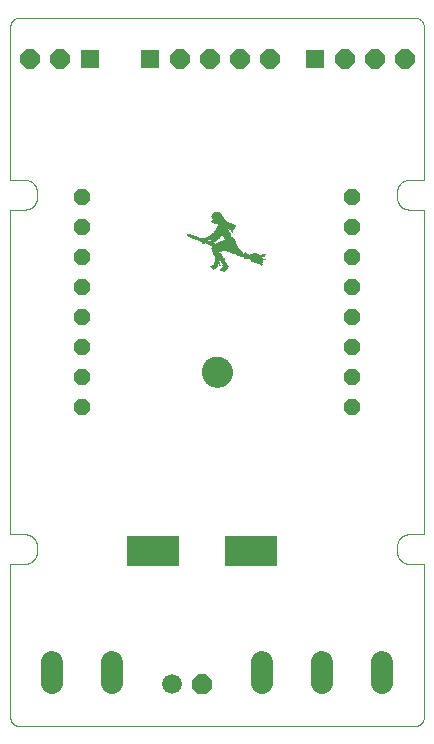
<source format=gbs>
G75*
%MOIN*%
%OFA0B0*%
%FSLAX25Y25*%
%IPPOS*%
%LPD*%
%AMOC8*
5,1,8,0,0,1.08239X$1,22.5*
%
%ADD10C,0.00000*%
%ADD11C,0.10243*%
%ADD12R,0.00100X0.00100*%
%ADD13R,0.00700X0.00100*%
%ADD14R,0.01500X0.00100*%
%ADD15R,0.01700X0.00100*%
%ADD16R,0.01800X0.00100*%
%ADD17R,0.02000X0.00100*%
%ADD18R,0.01900X0.00100*%
%ADD19R,0.00300X0.00100*%
%ADD20R,0.00600X0.00100*%
%ADD21R,0.01600X0.00100*%
%ADD22R,0.00900X0.00100*%
%ADD23R,0.01200X0.00100*%
%ADD24R,0.00200X0.00100*%
%ADD25R,0.01400X0.00100*%
%ADD26R,0.01100X0.00100*%
%ADD27R,0.02100X0.00100*%
%ADD28R,0.02300X0.00100*%
%ADD29R,0.02400X0.00100*%
%ADD30R,0.00400X0.00100*%
%ADD31R,0.02200X0.00100*%
%ADD32R,0.00500X0.00100*%
%ADD33R,0.01300X0.00100*%
%ADD34R,0.00800X0.00100*%
%ADD35R,0.02500X0.00100*%
%ADD36R,0.02700X0.00100*%
%ADD37R,0.02900X0.00100*%
%ADD38R,0.03100X0.00100*%
%ADD39R,0.03700X0.00100*%
%ADD40R,0.03800X0.00100*%
%ADD41R,0.03900X0.00100*%
%ADD42R,0.04000X0.00100*%
%ADD43R,0.05100X0.00100*%
%ADD44R,0.04800X0.00100*%
%ADD45R,0.04700X0.00100*%
%ADD46R,0.03000X0.00100*%
%ADD47R,0.06200X0.00100*%
%ADD48R,0.06000X0.00100*%
%ADD49R,0.07400X0.00100*%
%ADD50R,0.02800X0.00100*%
%ADD51R,0.07600X0.00100*%
%ADD52R,0.07700X0.00100*%
%ADD53R,0.08200X0.00100*%
%ADD54R,0.08600X0.00100*%
%ADD55R,0.05200X0.00100*%
%ADD56R,0.02600X0.00100*%
%ADD57R,0.01000X0.00100*%
%ADD58R,0.04100X0.00100*%
%ADD59R,0.03300X0.00100*%
%ADD60R,0.03600X0.00100*%
%ADD61R,0.04200X0.00100*%
%ADD62R,0.04400X0.00100*%
%ADD63R,0.04600X0.00100*%
%ADD64R,0.03200X0.00100*%
%ADD65R,0.05000X0.00100*%
%ADD66R,0.03500X0.00100*%
%ADD67R,0.09400X0.00100*%
%ADD68R,0.09300X0.00100*%
%ADD69R,0.09200X0.00100*%
%ADD70R,0.09100X0.00100*%
%ADD71R,0.09000X0.00100*%
%ADD72R,0.08900X0.00100*%
%ADD73R,0.08800X0.00100*%
%ADD74R,0.08700X0.00100*%
%ADD75R,0.08500X0.00100*%
%ADD76R,0.08400X0.00100*%
%ADD77R,0.08300X0.00100*%
%ADD78R,0.08100X0.00100*%
%ADD79R,0.06700X0.00100*%
%ADD80R,0.06400X0.00100*%
%ADD81R,0.05900X0.00100*%
%ADD82R,0.05700X0.00100*%
%ADD83R,0.05400X0.00100*%
%ADD84R,0.04300X0.00100*%
%ADD85R,0.04900X0.00100*%
%ADD86R,0.05600X0.00100*%
%ADD87R,0.06100X0.00100*%
%ADD88R,0.04500X0.00100*%
%ADD89R,0.03400X0.00100*%
%ADD90R,0.05800X0.00100*%
%ADD91R,0.05300X0.00100*%
%ADD92OC8,0.05550*%
%ADD93R,0.06400X0.06400*%
%ADD94OC8,0.06400*%
%ADD95OC8,0.06600*%
%ADD96C,0.06600*%
%ADD97R,0.17329X0.10243*%
%ADD98C,0.07450*%
D10*
X0019610Y0005895D02*
X0019610Y0057029D01*
X0024532Y0057029D01*
X0024656Y0057031D01*
X0024779Y0057037D01*
X0024903Y0057046D01*
X0025025Y0057060D01*
X0025148Y0057077D01*
X0025270Y0057099D01*
X0025391Y0057124D01*
X0025511Y0057153D01*
X0025630Y0057185D01*
X0025749Y0057222D01*
X0025866Y0057262D01*
X0025981Y0057305D01*
X0026096Y0057353D01*
X0026208Y0057404D01*
X0026319Y0057458D01*
X0026429Y0057516D01*
X0026536Y0057577D01*
X0026642Y0057642D01*
X0026745Y0057710D01*
X0026846Y0057781D01*
X0026945Y0057855D01*
X0027042Y0057932D01*
X0027136Y0058013D01*
X0027227Y0058096D01*
X0027316Y0058182D01*
X0027402Y0058271D01*
X0027485Y0058362D01*
X0027566Y0058456D01*
X0027643Y0058553D01*
X0027717Y0058652D01*
X0027788Y0058753D01*
X0027856Y0058856D01*
X0027921Y0058962D01*
X0027982Y0059069D01*
X0028040Y0059179D01*
X0028094Y0059290D01*
X0028145Y0059402D01*
X0028193Y0059517D01*
X0028236Y0059632D01*
X0028276Y0059749D01*
X0028313Y0059868D01*
X0028345Y0059987D01*
X0028374Y0060107D01*
X0028399Y0060228D01*
X0028421Y0060350D01*
X0028438Y0060473D01*
X0028452Y0060595D01*
X0028461Y0060719D01*
X0028467Y0060842D01*
X0028469Y0060966D01*
X0028469Y0062934D01*
X0028467Y0063058D01*
X0028461Y0063181D01*
X0028452Y0063305D01*
X0028438Y0063427D01*
X0028421Y0063550D01*
X0028399Y0063672D01*
X0028374Y0063793D01*
X0028345Y0063913D01*
X0028313Y0064032D01*
X0028276Y0064151D01*
X0028236Y0064268D01*
X0028193Y0064383D01*
X0028145Y0064498D01*
X0028094Y0064610D01*
X0028040Y0064721D01*
X0027982Y0064831D01*
X0027921Y0064938D01*
X0027856Y0065044D01*
X0027788Y0065147D01*
X0027717Y0065248D01*
X0027643Y0065347D01*
X0027566Y0065444D01*
X0027485Y0065538D01*
X0027402Y0065629D01*
X0027316Y0065718D01*
X0027227Y0065804D01*
X0027136Y0065887D01*
X0027042Y0065968D01*
X0026945Y0066045D01*
X0026846Y0066119D01*
X0026745Y0066190D01*
X0026642Y0066258D01*
X0026536Y0066323D01*
X0026429Y0066384D01*
X0026319Y0066442D01*
X0026208Y0066496D01*
X0026096Y0066547D01*
X0025981Y0066595D01*
X0025866Y0066638D01*
X0025749Y0066678D01*
X0025630Y0066715D01*
X0025511Y0066747D01*
X0025391Y0066776D01*
X0025270Y0066801D01*
X0025148Y0066823D01*
X0025025Y0066840D01*
X0024903Y0066854D01*
X0024779Y0066863D01*
X0024656Y0066869D01*
X0024532Y0066871D01*
X0019610Y0066871D01*
X0019610Y0175139D01*
X0024532Y0175139D01*
X0024656Y0175141D01*
X0024779Y0175147D01*
X0024903Y0175156D01*
X0025025Y0175170D01*
X0025148Y0175187D01*
X0025270Y0175209D01*
X0025391Y0175234D01*
X0025511Y0175263D01*
X0025630Y0175295D01*
X0025749Y0175332D01*
X0025866Y0175372D01*
X0025981Y0175415D01*
X0026096Y0175463D01*
X0026208Y0175514D01*
X0026319Y0175568D01*
X0026429Y0175626D01*
X0026536Y0175687D01*
X0026642Y0175752D01*
X0026745Y0175820D01*
X0026846Y0175891D01*
X0026945Y0175965D01*
X0027042Y0176042D01*
X0027136Y0176123D01*
X0027227Y0176206D01*
X0027316Y0176292D01*
X0027402Y0176381D01*
X0027485Y0176472D01*
X0027566Y0176566D01*
X0027643Y0176663D01*
X0027717Y0176762D01*
X0027788Y0176863D01*
X0027856Y0176966D01*
X0027921Y0177072D01*
X0027982Y0177179D01*
X0028040Y0177289D01*
X0028094Y0177400D01*
X0028145Y0177512D01*
X0028193Y0177627D01*
X0028236Y0177742D01*
X0028276Y0177859D01*
X0028313Y0177978D01*
X0028345Y0178097D01*
X0028374Y0178217D01*
X0028399Y0178338D01*
X0028421Y0178460D01*
X0028438Y0178583D01*
X0028452Y0178705D01*
X0028461Y0178829D01*
X0028467Y0178952D01*
X0028469Y0179076D01*
X0028469Y0181045D01*
X0028467Y0181169D01*
X0028461Y0181292D01*
X0028452Y0181416D01*
X0028438Y0181538D01*
X0028421Y0181661D01*
X0028399Y0181783D01*
X0028374Y0181904D01*
X0028345Y0182024D01*
X0028313Y0182143D01*
X0028276Y0182262D01*
X0028236Y0182379D01*
X0028193Y0182494D01*
X0028145Y0182609D01*
X0028094Y0182721D01*
X0028040Y0182832D01*
X0027982Y0182942D01*
X0027921Y0183049D01*
X0027856Y0183155D01*
X0027788Y0183258D01*
X0027717Y0183359D01*
X0027643Y0183458D01*
X0027566Y0183555D01*
X0027485Y0183649D01*
X0027402Y0183740D01*
X0027316Y0183829D01*
X0027227Y0183915D01*
X0027136Y0183998D01*
X0027042Y0184079D01*
X0026945Y0184156D01*
X0026846Y0184230D01*
X0026745Y0184301D01*
X0026642Y0184369D01*
X0026536Y0184434D01*
X0026429Y0184495D01*
X0026319Y0184553D01*
X0026208Y0184607D01*
X0026096Y0184658D01*
X0025981Y0184706D01*
X0025866Y0184749D01*
X0025749Y0184789D01*
X0025630Y0184826D01*
X0025511Y0184858D01*
X0025391Y0184887D01*
X0025270Y0184912D01*
X0025148Y0184934D01*
X0025025Y0184951D01*
X0024903Y0184965D01*
X0024779Y0184974D01*
X0024656Y0184980D01*
X0024532Y0184982D01*
X0019610Y0184982D01*
X0019610Y0236130D01*
X0019612Y0236237D01*
X0019618Y0236344D01*
X0019628Y0236450D01*
X0019642Y0236556D01*
X0019659Y0236662D01*
X0019680Y0236766D01*
X0019705Y0236870D01*
X0019733Y0236973D01*
X0019765Y0237075D01*
X0019801Y0237176D01*
X0019841Y0237275D01*
X0019883Y0237373D01*
X0019930Y0237469D01*
X0019980Y0237564D01*
X0020033Y0237656D01*
X0020089Y0237747D01*
X0020149Y0237836D01*
X0020211Y0237922D01*
X0020277Y0238007D01*
X0020346Y0238088D01*
X0020417Y0238168D01*
X0020492Y0238244D01*
X0020569Y0238319D01*
X0020648Y0238390D01*
X0020731Y0238458D01*
X0020815Y0238523D01*
X0020902Y0238586D01*
X0020991Y0238645D01*
X0021082Y0238701D01*
X0021175Y0238753D01*
X0021270Y0238803D01*
X0021366Y0238849D01*
X0021464Y0238891D01*
X0021564Y0238930D01*
X0021665Y0238965D01*
X0021767Y0238997D01*
X0021870Y0239025D01*
X0021974Y0239049D01*
X0022079Y0239070D01*
X0022184Y0239087D01*
X0022290Y0239100D01*
X0022397Y0239109D01*
X0022503Y0239114D01*
X0022610Y0239116D01*
X0022610Y0239115D02*
X0154406Y0239115D01*
X0154406Y0239116D02*
X0154513Y0239114D01*
X0154619Y0239109D01*
X0154726Y0239100D01*
X0154832Y0239087D01*
X0154937Y0239070D01*
X0155042Y0239049D01*
X0155146Y0239025D01*
X0155249Y0238997D01*
X0155351Y0238965D01*
X0155452Y0238930D01*
X0155552Y0238891D01*
X0155650Y0238849D01*
X0155746Y0238803D01*
X0155841Y0238753D01*
X0155934Y0238701D01*
X0156025Y0238645D01*
X0156114Y0238586D01*
X0156201Y0238523D01*
X0156285Y0238458D01*
X0156368Y0238390D01*
X0156447Y0238319D01*
X0156524Y0238244D01*
X0156599Y0238168D01*
X0156670Y0238088D01*
X0156739Y0238007D01*
X0156805Y0237922D01*
X0156867Y0237836D01*
X0156927Y0237747D01*
X0156983Y0237656D01*
X0157036Y0237564D01*
X0157086Y0237469D01*
X0157133Y0237373D01*
X0157175Y0237275D01*
X0157215Y0237176D01*
X0157251Y0237075D01*
X0157283Y0236973D01*
X0157311Y0236870D01*
X0157336Y0236766D01*
X0157357Y0236662D01*
X0157374Y0236556D01*
X0157388Y0236450D01*
X0157398Y0236344D01*
X0157404Y0236237D01*
X0157406Y0236130D01*
X0157406Y0184982D01*
X0152485Y0184982D01*
X0152361Y0184980D01*
X0152238Y0184974D01*
X0152114Y0184965D01*
X0151992Y0184951D01*
X0151869Y0184934D01*
X0151747Y0184912D01*
X0151626Y0184887D01*
X0151506Y0184858D01*
X0151387Y0184826D01*
X0151268Y0184789D01*
X0151151Y0184749D01*
X0151036Y0184706D01*
X0150921Y0184658D01*
X0150809Y0184607D01*
X0150698Y0184553D01*
X0150588Y0184495D01*
X0150481Y0184434D01*
X0150375Y0184369D01*
X0150272Y0184301D01*
X0150171Y0184230D01*
X0150072Y0184156D01*
X0149975Y0184079D01*
X0149881Y0183998D01*
X0149790Y0183915D01*
X0149701Y0183829D01*
X0149615Y0183740D01*
X0149532Y0183649D01*
X0149451Y0183555D01*
X0149374Y0183458D01*
X0149300Y0183359D01*
X0149229Y0183258D01*
X0149161Y0183155D01*
X0149096Y0183049D01*
X0149035Y0182942D01*
X0148977Y0182832D01*
X0148923Y0182721D01*
X0148872Y0182609D01*
X0148824Y0182494D01*
X0148781Y0182379D01*
X0148741Y0182262D01*
X0148704Y0182143D01*
X0148672Y0182024D01*
X0148643Y0181904D01*
X0148618Y0181783D01*
X0148596Y0181661D01*
X0148579Y0181538D01*
X0148565Y0181416D01*
X0148556Y0181292D01*
X0148550Y0181169D01*
X0148548Y0181045D01*
X0148548Y0179076D01*
X0148550Y0178952D01*
X0148556Y0178829D01*
X0148565Y0178705D01*
X0148579Y0178583D01*
X0148596Y0178460D01*
X0148618Y0178338D01*
X0148643Y0178217D01*
X0148672Y0178097D01*
X0148704Y0177978D01*
X0148741Y0177859D01*
X0148781Y0177742D01*
X0148824Y0177627D01*
X0148872Y0177512D01*
X0148923Y0177400D01*
X0148977Y0177289D01*
X0149035Y0177179D01*
X0149096Y0177072D01*
X0149161Y0176966D01*
X0149229Y0176863D01*
X0149300Y0176762D01*
X0149374Y0176663D01*
X0149451Y0176566D01*
X0149532Y0176472D01*
X0149615Y0176381D01*
X0149701Y0176292D01*
X0149790Y0176206D01*
X0149881Y0176123D01*
X0149975Y0176042D01*
X0150072Y0175965D01*
X0150171Y0175891D01*
X0150272Y0175820D01*
X0150375Y0175752D01*
X0150481Y0175687D01*
X0150588Y0175626D01*
X0150698Y0175568D01*
X0150809Y0175514D01*
X0150921Y0175463D01*
X0151036Y0175415D01*
X0151151Y0175372D01*
X0151268Y0175332D01*
X0151387Y0175295D01*
X0151506Y0175263D01*
X0151626Y0175234D01*
X0151747Y0175209D01*
X0151869Y0175187D01*
X0151992Y0175170D01*
X0152114Y0175156D01*
X0152238Y0175147D01*
X0152361Y0175141D01*
X0152485Y0175139D01*
X0157406Y0175139D01*
X0157406Y0066871D01*
X0152485Y0066871D01*
X0152361Y0066869D01*
X0152238Y0066863D01*
X0152114Y0066854D01*
X0151992Y0066840D01*
X0151869Y0066823D01*
X0151747Y0066801D01*
X0151626Y0066776D01*
X0151506Y0066747D01*
X0151387Y0066715D01*
X0151268Y0066678D01*
X0151151Y0066638D01*
X0151036Y0066595D01*
X0150921Y0066547D01*
X0150809Y0066496D01*
X0150698Y0066442D01*
X0150588Y0066384D01*
X0150481Y0066323D01*
X0150375Y0066258D01*
X0150272Y0066190D01*
X0150171Y0066119D01*
X0150072Y0066045D01*
X0149975Y0065968D01*
X0149881Y0065887D01*
X0149790Y0065804D01*
X0149701Y0065718D01*
X0149615Y0065629D01*
X0149532Y0065538D01*
X0149451Y0065444D01*
X0149374Y0065347D01*
X0149300Y0065248D01*
X0149229Y0065147D01*
X0149161Y0065044D01*
X0149096Y0064938D01*
X0149035Y0064831D01*
X0148977Y0064721D01*
X0148923Y0064610D01*
X0148872Y0064498D01*
X0148824Y0064383D01*
X0148781Y0064268D01*
X0148741Y0064151D01*
X0148704Y0064032D01*
X0148672Y0063913D01*
X0148643Y0063793D01*
X0148618Y0063672D01*
X0148596Y0063550D01*
X0148579Y0063427D01*
X0148565Y0063305D01*
X0148556Y0063181D01*
X0148550Y0063058D01*
X0148548Y0062934D01*
X0148548Y0060966D01*
X0148550Y0060842D01*
X0148556Y0060719D01*
X0148565Y0060595D01*
X0148579Y0060473D01*
X0148596Y0060350D01*
X0148618Y0060228D01*
X0148643Y0060107D01*
X0148672Y0059987D01*
X0148704Y0059868D01*
X0148741Y0059749D01*
X0148781Y0059632D01*
X0148824Y0059517D01*
X0148872Y0059402D01*
X0148923Y0059290D01*
X0148977Y0059179D01*
X0149035Y0059069D01*
X0149096Y0058962D01*
X0149161Y0058856D01*
X0149229Y0058753D01*
X0149300Y0058652D01*
X0149374Y0058553D01*
X0149451Y0058456D01*
X0149532Y0058362D01*
X0149615Y0058271D01*
X0149701Y0058182D01*
X0149790Y0058096D01*
X0149881Y0058013D01*
X0149975Y0057932D01*
X0150072Y0057855D01*
X0150171Y0057781D01*
X0150272Y0057710D01*
X0150375Y0057642D01*
X0150481Y0057577D01*
X0150588Y0057516D01*
X0150698Y0057458D01*
X0150809Y0057404D01*
X0150921Y0057353D01*
X0151036Y0057305D01*
X0151151Y0057262D01*
X0151268Y0057222D01*
X0151387Y0057185D01*
X0151506Y0057153D01*
X0151626Y0057124D01*
X0151747Y0057099D01*
X0151869Y0057077D01*
X0151992Y0057060D01*
X0152114Y0057046D01*
X0152238Y0057037D01*
X0152361Y0057031D01*
X0152485Y0057029D01*
X0157406Y0057029D01*
X0157406Y0005895D01*
X0157404Y0005788D01*
X0157398Y0005681D01*
X0157389Y0005574D01*
X0157375Y0005468D01*
X0157358Y0005362D01*
X0157337Y0005257D01*
X0157313Y0005153D01*
X0157284Y0005050D01*
X0157252Y0004948D01*
X0157217Y0004847D01*
X0157178Y0004747D01*
X0157135Y0004649D01*
X0157089Y0004552D01*
X0157039Y0004457D01*
X0156986Y0004364D01*
X0156930Y0004273D01*
X0156870Y0004184D01*
X0156808Y0004097D01*
X0156742Y0004013D01*
X0156673Y0003930D01*
X0156602Y0003851D01*
X0156527Y0003774D01*
X0156450Y0003699D01*
X0156371Y0003628D01*
X0156288Y0003559D01*
X0156204Y0003493D01*
X0156117Y0003431D01*
X0156028Y0003371D01*
X0155937Y0003315D01*
X0155844Y0003262D01*
X0155749Y0003212D01*
X0155652Y0003166D01*
X0155554Y0003123D01*
X0155454Y0003084D01*
X0155353Y0003049D01*
X0155251Y0003017D01*
X0155148Y0002988D01*
X0155044Y0002964D01*
X0154939Y0002943D01*
X0154833Y0002926D01*
X0154727Y0002912D01*
X0154620Y0002903D01*
X0154513Y0002897D01*
X0154406Y0002895D01*
X0022610Y0002895D01*
X0022503Y0002897D01*
X0022396Y0002903D01*
X0022289Y0002912D01*
X0022183Y0002926D01*
X0022077Y0002943D01*
X0021972Y0002964D01*
X0021868Y0002988D01*
X0021765Y0003017D01*
X0021663Y0003049D01*
X0021562Y0003084D01*
X0021462Y0003123D01*
X0021364Y0003166D01*
X0021267Y0003212D01*
X0021172Y0003262D01*
X0021079Y0003315D01*
X0020988Y0003371D01*
X0020899Y0003431D01*
X0020812Y0003493D01*
X0020728Y0003559D01*
X0020645Y0003628D01*
X0020566Y0003699D01*
X0020489Y0003774D01*
X0020414Y0003851D01*
X0020343Y0003930D01*
X0020274Y0004013D01*
X0020208Y0004097D01*
X0020146Y0004184D01*
X0020086Y0004273D01*
X0020030Y0004364D01*
X0019977Y0004457D01*
X0019927Y0004552D01*
X0019881Y0004649D01*
X0019838Y0004747D01*
X0019799Y0004847D01*
X0019764Y0004948D01*
X0019732Y0005050D01*
X0019703Y0005153D01*
X0019679Y0005257D01*
X0019658Y0005362D01*
X0019641Y0005468D01*
X0019627Y0005574D01*
X0019618Y0005681D01*
X0019612Y0005788D01*
X0019610Y0005895D01*
X0083587Y0121005D02*
X0083589Y0121145D01*
X0083595Y0121285D01*
X0083605Y0121424D01*
X0083619Y0121563D01*
X0083637Y0121702D01*
X0083658Y0121840D01*
X0083684Y0121978D01*
X0083714Y0122115D01*
X0083747Y0122250D01*
X0083785Y0122385D01*
X0083826Y0122519D01*
X0083871Y0122652D01*
X0083919Y0122783D01*
X0083972Y0122912D01*
X0084028Y0123041D01*
X0084087Y0123167D01*
X0084151Y0123292D01*
X0084217Y0123415D01*
X0084288Y0123536D01*
X0084361Y0123655D01*
X0084438Y0123772D01*
X0084519Y0123886D01*
X0084602Y0123998D01*
X0084689Y0124108D01*
X0084779Y0124216D01*
X0084871Y0124320D01*
X0084967Y0124422D01*
X0085066Y0124522D01*
X0085167Y0124618D01*
X0085271Y0124712D01*
X0085378Y0124802D01*
X0085487Y0124889D01*
X0085599Y0124974D01*
X0085713Y0125055D01*
X0085829Y0125133D01*
X0085947Y0125207D01*
X0086068Y0125278D01*
X0086190Y0125346D01*
X0086315Y0125410D01*
X0086441Y0125471D01*
X0086568Y0125528D01*
X0086698Y0125581D01*
X0086829Y0125631D01*
X0086961Y0125676D01*
X0087094Y0125719D01*
X0087229Y0125757D01*
X0087364Y0125791D01*
X0087501Y0125822D01*
X0087638Y0125849D01*
X0087776Y0125871D01*
X0087915Y0125890D01*
X0088054Y0125905D01*
X0088193Y0125916D01*
X0088333Y0125923D01*
X0088473Y0125926D01*
X0088613Y0125925D01*
X0088753Y0125920D01*
X0088892Y0125911D01*
X0089032Y0125898D01*
X0089171Y0125881D01*
X0089309Y0125860D01*
X0089447Y0125836D01*
X0089584Y0125807D01*
X0089720Y0125775D01*
X0089855Y0125738D01*
X0089989Y0125698D01*
X0090122Y0125654D01*
X0090253Y0125606D01*
X0090383Y0125555D01*
X0090512Y0125500D01*
X0090639Y0125441D01*
X0090764Y0125378D01*
X0090887Y0125313D01*
X0091009Y0125243D01*
X0091128Y0125170D01*
X0091246Y0125094D01*
X0091361Y0125015D01*
X0091474Y0124932D01*
X0091584Y0124846D01*
X0091692Y0124757D01*
X0091797Y0124665D01*
X0091900Y0124570D01*
X0092000Y0124472D01*
X0092097Y0124372D01*
X0092191Y0124268D01*
X0092283Y0124162D01*
X0092371Y0124054D01*
X0092456Y0123943D01*
X0092538Y0123829D01*
X0092617Y0123713D01*
X0092692Y0123596D01*
X0092764Y0123476D01*
X0092832Y0123354D01*
X0092897Y0123230D01*
X0092959Y0123104D01*
X0093017Y0122977D01*
X0093071Y0122848D01*
X0093122Y0122717D01*
X0093168Y0122585D01*
X0093211Y0122452D01*
X0093251Y0122318D01*
X0093286Y0122183D01*
X0093318Y0122046D01*
X0093345Y0121909D01*
X0093369Y0121771D01*
X0093389Y0121633D01*
X0093405Y0121494D01*
X0093417Y0121354D01*
X0093425Y0121215D01*
X0093429Y0121075D01*
X0093429Y0120935D01*
X0093425Y0120795D01*
X0093417Y0120656D01*
X0093405Y0120516D01*
X0093389Y0120377D01*
X0093369Y0120239D01*
X0093345Y0120101D01*
X0093318Y0119964D01*
X0093286Y0119827D01*
X0093251Y0119692D01*
X0093211Y0119558D01*
X0093168Y0119425D01*
X0093122Y0119293D01*
X0093071Y0119162D01*
X0093017Y0119033D01*
X0092959Y0118906D01*
X0092897Y0118780D01*
X0092832Y0118656D01*
X0092764Y0118534D01*
X0092692Y0118414D01*
X0092617Y0118297D01*
X0092538Y0118181D01*
X0092456Y0118067D01*
X0092371Y0117956D01*
X0092283Y0117848D01*
X0092191Y0117742D01*
X0092097Y0117638D01*
X0092000Y0117538D01*
X0091900Y0117440D01*
X0091797Y0117345D01*
X0091692Y0117253D01*
X0091584Y0117164D01*
X0091474Y0117078D01*
X0091361Y0116995D01*
X0091246Y0116916D01*
X0091128Y0116840D01*
X0091009Y0116767D01*
X0090887Y0116697D01*
X0090764Y0116632D01*
X0090639Y0116569D01*
X0090512Y0116510D01*
X0090383Y0116455D01*
X0090253Y0116404D01*
X0090122Y0116356D01*
X0089989Y0116312D01*
X0089855Y0116272D01*
X0089720Y0116235D01*
X0089584Y0116203D01*
X0089447Y0116174D01*
X0089309Y0116150D01*
X0089171Y0116129D01*
X0089032Y0116112D01*
X0088892Y0116099D01*
X0088753Y0116090D01*
X0088613Y0116085D01*
X0088473Y0116084D01*
X0088333Y0116087D01*
X0088193Y0116094D01*
X0088054Y0116105D01*
X0087915Y0116120D01*
X0087776Y0116139D01*
X0087638Y0116161D01*
X0087501Y0116188D01*
X0087364Y0116219D01*
X0087229Y0116253D01*
X0087094Y0116291D01*
X0086961Y0116334D01*
X0086829Y0116379D01*
X0086698Y0116429D01*
X0086568Y0116482D01*
X0086441Y0116539D01*
X0086315Y0116600D01*
X0086190Y0116664D01*
X0086068Y0116732D01*
X0085947Y0116803D01*
X0085829Y0116877D01*
X0085713Y0116955D01*
X0085599Y0117036D01*
X0085487Y0117121D01*
X0085378Y0117208D01*
X0085271Y0117298D01*
X0085167Y0117392D01*
X0085066Y0117488D01*
X0084967Y0117588D01*
X0084871Y0117690D01*
X0084779Y0117794D01*
X0084689Y0117902D01*
X0084602Y0118012D01*
X0084519Y0118124D01*
X0084438Y0118238D01*
X0084361Y0118355D01*
X0084288Y0118474D01*
X0084217Y0118595D01*
X0084151Y0118718D01*
X0084087Y0118843D01*
X0084028Y0118969D01*
X0083972Y0119098D01*
X0083919Y0119227D01*
X0083871Y0119358D01*
X0083826Y0119491D01*
X0083785Y0119625D01*
X0083747Y0119760D01*
X0083714Y0119895D01*
X0083684Y0120032D01*
X0083658Y0120170D01*
X0083637Y0120308D01*
X0083619Y0120447D01*
X0083605Y0120586D01*
X0083595Y0120725D01*
X0083589Y0120865D01*
X0083587Y0121005D01*
D11*
X0088508Y0121005D03*
D12*
X0090996Y0154378D03*
X0097996Y0160678D03*
X0093796Y0167278D03*
X0093796Y0167378D03*
X0083896Y0163778D03*
D13*
X0090796Y0154478D03*
X0098096Y0160378D03*
X0100996Y0160278D03*
X0093596Y0167978D03*
D14*
X0093296Y0168478D03*
X0088696Y0173978D03*
X0079196Y0166478D03*
X0088496Y0157378D03*
X0087996Y0156478D03*
X0087996Y0156378D03*
X0090496Y0157578D03*
X0090496Y0157678D03*
X0090396Y0157778D03*
X0090896Y0155378D03*
X0090596Y0154578D03*
D15*
X0090596Y0154678D03*
X0090796Y0155178D03*
X0091296Y0156178D03*
X0091296Y0156278D03*
X0091296Y0156378D03*
X0090296Y0157978D03*
X0090296Y0158078D03*
X0090196Y0158178D03*
X0090196Y0158278D03*
X0088496Y0157278D03*
D16*
X0088446Y0157178D03*
X0087846Y0156178D03*
X0090746Y0155078D03*
X0090646Y0154778D03*
X0091346Y0156078D03*
X0090146Y0158378D03*
X0090046Y0158478D03*
X0090046Y0158578D03*
X0087046Y0164278D03*
X0087146Y0164378D03*
X0079346Y0166378D03*
X0088646Y0173878D03*
D17*
X0093346Y0168578D03*
X0087646Y0164878D03*
X0087546Y0164778D03*
X0087446Y0164678D03*
X0087346Y0164578D03*
X0079546Y0166278D03*
X0087746Y0156078D03*
X0090646Y0154878D03*
D18*
X0090696Y0154978D03*
X0087596Y0155578D03*
X0087196Y0164478D03*
X0101096Y0160078D03*
D19*
X0103596Y0156478D03*
X0097696Y0158578D03*
X0097996Y0160578D03*
X0092196Y0155778D03*
X0092096Y0155878D03*
X0092296Y0155578D03*
X0089696Y0156378D03*
X0089596Y0156478D03*
X0089496Y0156578D03*
X0089396Y0156778D03*
X0089296Y0156978D03*
X0089196Y0157078D03*
X0087396Y0155078D03*
X0093696Y0167578D03*
D20*
X0087746Y0170378D03*
X0087446Y0155178D03*
X0103046Y0156878D03*
D21*
X0091246Y0156578D03*
X0091246Y0156478D03*
X0090846Y0155278D03*
X0090346Y0157878D03*
X0087946Y0156278D03*
X0087546Y0155478D03*
D22*
X0087496Y0155278D03*
X0097996Y0158678D03*
D23*
X0091046Y0155978D03*
X0090946Y0155578D03*
X0088546Y0157578D03*
X0088446Y0158578D03*
X0087546Y0155378D03*
D24*
X0089646Y0156278D03*
X0089446Y0156678D03*
X0089346Y0156878D03*
X0092246Y0155678D03*
X0092246Y0155478D03*
X0103646Y0156378D03*
X0094246Y0168478D03*
X0093746Y0167478D03*
X0087746Y0170278D03*
D25*
X0088546Y0157478D03*
X0088246Y0157078D03*
X0088146Y0156978D03*
X0088146Y0156878D03*
X0088046Y0156778D03*
X0088046Y0156678D03*
X0088046Y0156578D03*
X0090546Y0157478D03*
X0090646Y0157378D03*
X0090746Y0157278D03*
X0090846Y0157178D03*
X0091246Y0156678D03*
X0090946Y0155478D03*
X0101046Y0160178D03*
D26*
X0102596Y0157078D03*
X0090996Y0155878D03*
X0090996Y0155778D03*
X0090996Y0155678D03*
X0088596Y0157678D03*
X0088496Y0157778D03*
X0088496Y0157878D03*
X0088496Y0157978D03*
X0088496Y0158078D03*
X0088496Y0158178D03*
X0088496Y0158278D03*
X0088496Y0158378D03*
X0088496Y0158478D03*
X0079096Y0166578D03*
D27*
X0087796Y0164978D03*
X0087896Y0165078D03*
X0087996Y0165178D03*
X0088096Y0165278D03*
X0088596Y0173778D03*
X0087596Y0155678D03*
D28*
X0087596Y0155778D03*
X0088396Y0160478D03*
X0088296Y0160578D03*
X0079896Y0166078D03*
X0079696Y0166178D03*
X0088596Y0173678D03*
X0102696Y0157178D03*
D29*
X0101146Y0159978D03*
X0088546Y0160278D03*
X0088446Y0160378D03*
X0088246Y0160878D03*
X0087546Y0155878D03*
X0080446Y0165878D03*
X0080146Y0165978D03*
D30*
X0078846Y0166778D03*
X0084246Y0163778D03*
X0093646Y0167678D03*
X0093646Y0167778D03*
X0098046Y0160478D03*
X0092046Y0155978D03*
X0103346Y0156678D03*
X0103446Y0156578D03*
D31*
X0088246Y0160678D03*
X0088146Y0160778D03*
X0087646Y0155978D03*
D32*
X0093596Y0167878D03*
X0104496Y0159978D03*
X0103196Y0156778D03*
D33*
X0093496Y0168278D03*
X0093396Y0168378D03*
X0090896Y0157078D03*
X0090996Y0156978D03*
X0091096Y0156878D03*
X0091196Y0156778D03*
D34*
X0098146Y0160278D03*
X0102846Y0156978D03*
X0093546Y0168078D03*
X0078946Y0166678D03*
D35*
X0080696Y0165778D03*
X0080996Y0165678D03*
X0088596Y0160178D03*
X0088696Y0159978D03*
X0088596Y0173578D03*
X0102396Y0157278D03*
D36*
X0102096Y0157378D03*
X0092096Y0165778D03*
X0091796Y0165978D03*
X0086596Y0163578D03*
X0088896Y0159678D03*
X0088896Y0159578D03*
X0088996Y0159478D03*
X0081796Y0165378D03*
X0088596Y0173478D03*
D37*
X0088596Y0173378D03*
X0088596Y0173278D03*
X0091596Y0166178D03*
X0091696Y0166078D03*
X0092296Y0165678D03*
X0088396Y0160978D03*
X0089096Y0159278D03*
X0089196Y0159078D03*
X0089196Y0158978D03*
X0089296Y0158878D03*
X0101996Y0157478D03*
D38*
X0101896Y0157578D03*
X0101696Y0157678D03*
X0095596Y0160278D03*
X0092696Y0165078D03*
X0092596Y0165278D03*
X0092496Y0165478D03*
X0091496Y0166278D03*
X0084496Y0164278D03*
X0088596Y0173178D03*
D39*
X0088596Y0172678D03*
X0087696Y0166078D03*
X0097296Y0159778D03*
X0101796Y0157878D03*
X0101896Y0157778D03*
D40*
X0101746Y0157978D03*
X0097146Y0159878D03*
X0095146Y0160578D03*
X0092546Y0164678D03*
X0087646Y0165978D03*
X0088746Y0161278D03*
X0088646Y0172578D03*
D41*
X0088696Y0172478D03*
X0088696Y0172378D03*
X0090096Y0168578D03*
X0089996Y0168478D03*
X0087496Y0165878D03*
X0096896Y0159978D03*
X0101696Y0158078D03*
D42*
X0101646Y0158178D03*
X0094946Y0160678D03*
X0090046Y0168378D03*
X0088746Y0172278D03*
X0085446Y0163978D03*
D43*
X0083796Y0165078D03*
X0089296Y0170878D03*
X0089896Y0170578D03*
X0091496Y0169878D03*
X0092096Y0164178D03*
X0093796Y0161278D03*
X0101996Y0158378D03*
X0102096Y0158278D03*
D44*
X0101746Y0158478D03*
X0101646Y0158578D03*
X0094146Y0161078D03*
X0090046Y0167678D03*
X0090046Y0167778D03*
X0089146Y0171178D03*
D45*
X0091196Y0170178D03*
X0092296Y0164378D03*
X0085396Y0164178D03*
X0101496Y0158678D03*
D46*
X0101246Y0159878D03*
X0095846Y0160178D03*
X0092546Y0165378D03*
X0092446Y0165578D03*
X0089346Y0158778D03*
X0089346Y0158678D03*
D47*
X0091746Y0163778D03*
X0089846Y0166678D03*
X0091346Y0168778D03*
X0100546Y0159078D03*
X0100546Y0158878D03*
X0100646Y0158778D03*
D48*
X0100446Y0158978D03*
X0089946Y0166778D03*
X0091246Y0168678D03*
X0091646Y0169178D03*
D49*
X0100946Y0159178D03*
D50*
X0089146Y0159178D03*
X0089046Y0159378D03*
X0084346Y0164378D03*
X0084146Y0164478D03*
X0083946Y0164578D03*
D51*
X0100746Y0159278D03*
D52*
X0100496Y0159378D03*
X0100196Y0159478D03*
D53*
X0100146Y0159578D03*
D54*
X0100046Y0159678D03*
X0091046Y0162478D03*
D55*
X0090046Y0167378D03*
X0089646Y0170678D03*
X0101946Y0159778D03*
D56*
X0091846Y0165878D03*
X0088646Y0160078D03*
X0088746Y0159878D03*
X0088846Y0159778D03*
X0086346Y0163678D03*
X0086046Y0163778D03*
X0081546Y0165478D03*
X0081246Y0165578D03*
D57*
X0088746Y0174078D03*
X0093546Y0168178D03*
X0098146Y0160178D03*
X0104146Y0159878D03*
D58*
X0096696Y0160078D03*
X0092496Y0164578D03*
X0088796Y0172178D03*
X0087396Y0165778D03*
X0083796Y0164878D03*
D59*
X0087996Y0166378D03*
X0091396Y0166478D03*
X0092796Y0164878D03*
X0095396Y0160378D03*
X0088596Y0172978D03*
X0088596Y0173078D03*
D60*
X0088646Y0172778D03*
X0083846Y0164778D03*
X0085546Y0163878D03*
X0095246Y0160478D03*
D61*
X0094746Y0160778D03*
X0090046Y0168278D03*
X0090846Y0170378D03*
X0089046Y0171678D03*
X0088946Y0171878D03*
X0088846Y0171978D03*
X0088846Y0172078D03*
X0087246Y0165678D03*
D62*
X0087146Y0165578D03*
X0090046Y0168078D03*
X0089146Y0171478D03*
X0094546Y0160878D03*
D63*
X0094346Y0160978D03*
X0090046Y0167878D03*
X0090046Y0167978D03*
X0091046Y0170278D03*
X0089146Y0171278D03*
X0083746Y0164978D03*
D64*
X0083846Y0164678D03*
X0088046Y0166478D03*
X0091446Y0166378D03*
X0092646Y0165178D03*
X0092746Y0164978D03*
X0088546Y0161078D03*
D65*
X0093946Y0161178D03*
X0090046Y0167478D03*
X0090046Y0167578D03*
X0091446Y0169978D03*
X0089546Y0170778D03*
X0089246Y0170978D03*
D66*
X0088596Y0172878D03*
X0087796Y0166178D03*
X0088696Y0161178D03*
X0092696Y0164778D03*
D67*
X0090246Y0163378D03*
X0091446Y0161578D03*
X0091546Y0161378D03*
D68*
X0091496Y0161478D03*
X0091396Y0161678D03*
X0090196Y0163478D03*
D69*
X0090346Y0163278D03*
X0090446Y0163178D03*
X0091346Y0161778D03*
D70*
X0091296Y0161878D03*
D71*
X0091246Y0161978D03*
D72*
X0091196Y0162078D03*
X0091196Y0162178D03*
X0090596Y0163078D03*
D73*
X0091146Y0162278D03*
D74*
X0091096Y0162378D03*
D75*
X0091096Y0162578D03*
D76*
X0091046Y0162678D03*
D77*
X0091096Y0162778D03*
D78*
X0091096Y0162878D03*
X0090996Y0162978D03*
D79*
X0091496Y0163578D03*
D80*
X0091646Y0163678D03*
X0089846Y0166578D03*
D81*
X0091396Y0168978D03*
X0091796Y0169478D03*
X0091796Y0163878D03*
X0086196Y0165378D03*
D82*
X0089996Y0166978D03*
X0091796Y0169578D03*
X0091896Y0163978D03*
D83*
X0092046Y0164078D03*
X0090046Y0167178D03*
X0091646Y0169678D03*
D84*
X0089996Y0168178D03*
X0089096Y0171578D03*
X0088996Y0171778D03*
X0092396Y0164478D03*
X0085496Y0164078D03*
D85*
X0089196Y0171078D03*
X0091296Y0170078D03*
X0092196Y0164278D03*
D86*
X0090046Y0167078D03*
X0083746Y0165178D03*
D87*
X0083796Y0165278D03*
X0091396Y0168878D03*
D88*
X0089096Y0171378D03*
X0086996Y0165478D03*
D89*
X0087846Y0166278D03*
D90*
X0089946Y0166878D03*
X0091446Y0169078D03*
X0091646Y0169278D03*
X0091746Y0169378D03*
D91*
X0091596Y0169778D03*
X0089996Y0170478D03*
X0090096Y0167278D03*
D92*
X0133658Y0169450D03*
X0133658Y0159450D03*
X0133658Y0149450D03*
X0133658Y0139450D03*
X0133658Y0129450D03*
X0133658Y0119450D03*
X0133658Y0109450D03*
X0133658Y0179450D03*
X0043658Y0179450D03*
X0043658Y0169450D03*
X0043658Y0159450D03*
X0043658Y0149450D03*
X0043658Y0139450D03*
X0043658Y0129450D03*
X0043658Y0119450D03*
X0043658Y0109450D03*
D93*
X0046110Y0225395D03*
X0066110Y0225395D03*
X0121110Y0225395D03*
D94*
X0131110Y0225395D03*
X0141110Y0225395D03*
X0151110Y0225395D03*
X0106110Y0225395D03*
X0096110Y0225395D03*
X0086110Y0225395D03*
X0076110Y0225395D03*
X0036110Y0225395D03*
X0026110Y0225395D03*
D95*
X0083508Y0017050D03*
D96*
X0073508Y0017050D03*
D97*
X0067170Y0061450D03*
X0099847Y0061450D03*
D98*
X0103658Y0024475D02*
X0103658Y0017425D01*
X0123658Y0017425D02*
X0123658Y0024475D01*
X0143658Y0024475D02*
X0143658Y0017425D01*
X0053658Y0017425D02*
X0053658Y0024475D01*
X0033658Y0024475D02*
X0033658Y0017425D01*
M02*

</source>
